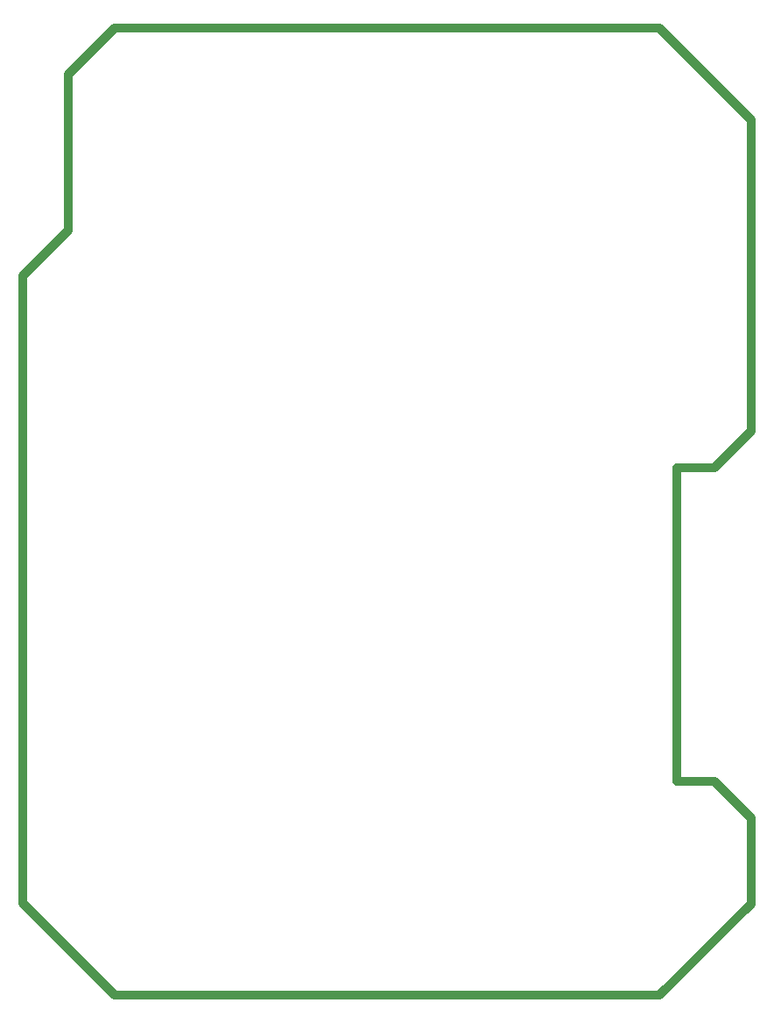
<source format=gko>
G04*
G04 #@! TF.GenerationSoftware,Altium Limited,Altium Designer,23.4.1 (23)*
G04*
G04 Layer_Color=16711935*
%FSLAX25Y25*%
%MOIN*%
G70*
G04*
G04 #@! TF.SameCoordinates,90884238-BF1D-4E64-AC19-F0AC37931AF7*
G04*
G04*
G04 #@! TF.FilePolarity,Positive*
G04*
G01*
G75*
%ADD90C,0.03200*%
D90*
X277500Y214800D02*
X277500Y333000D01*
X263500Y200800D02*
X277500Y214800D01*
X242500Y368000D02*
X277500Y333000D01*
X0Y273700D02*
X17300Y291000D01*
X0Y35000D02*
Y273700D01*
X263500Y81500D02*
X277400Y67600D01*
Y34900D02*
Y67600D01*
X249200Y81500D02*
X263500D01*
X249200Y200800D02*
X263500D01*
X249200Y81500D02*
Y200800D01*
X242500Y0D02*
X277400Y34900D01*
X17300Y291000D02*
Y350300D01*
X35000Y368000D01*
Y368000D02*
X242500Y368000D01*
X0Y35000D02*
X35000Y0D01*
X242500D01*
M02*

</source>
